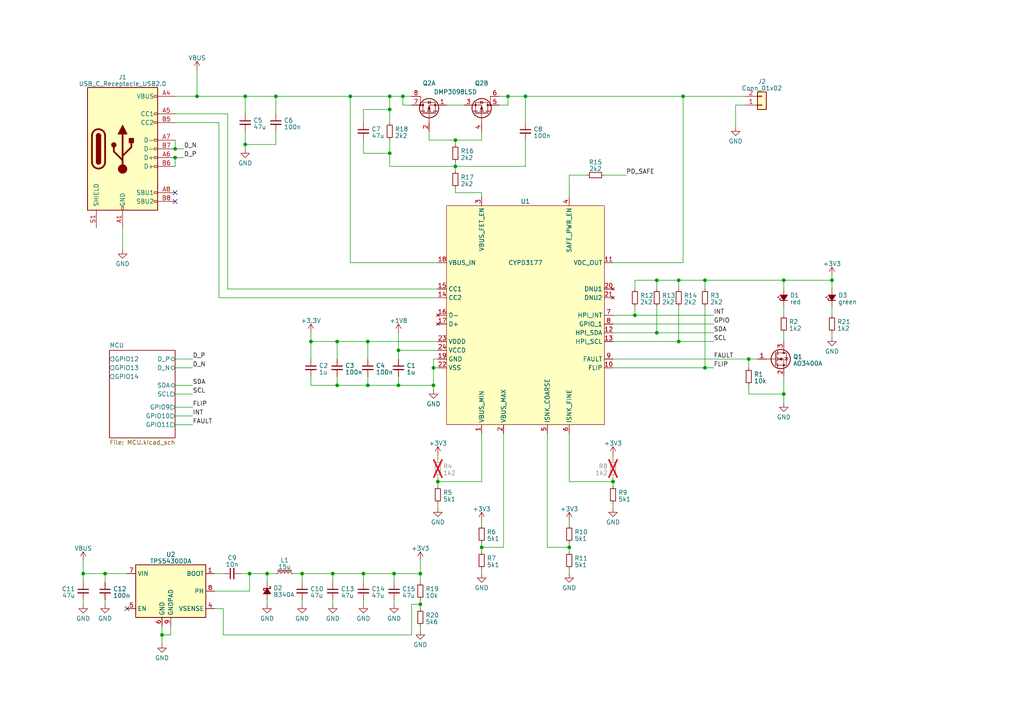
<source format=kicad_sch>
(kicad_sch (version 20230121) (generator eeschema)
  (paper "A4")
  (lib_symbols
    (symbol "Connector:USB_C_Receptacle_USB2.0" (pin_names (offset 1.016))
      (property "Reference" "J" (at -10.16 19.05 0))
      (property "Value" "USB_C_Receptacle_USB2.0" (at 19.05 19.05 0))
      (symbol "USB_C_Receptacle_USB2.0_0_0"
        (rectangle (start -0.254 -17.78) (end 0.254 -16.764))
        (rectangle (start 10.16 -14.986) (end 9.144 -15.494))
        (rectangle (start 10.16 -12.446) (end 9.144 -12.954))
        (rectangle (start 10.16 -4.826) (end 9.144 -5.334))
        (rectangle (start 10.16 -2.286) (end 9.144 -2.794))
        (rectangle (start 10.16 0.254) (end 9.144 -0.254))
        (rectangle (start 10.16 2.794) (end 9.144 2.286))
        (rectangle (start 10.16 7.874) (end 9.144 7.366))
        (rectangle (start 10.16 10.414) (end 9.144 9.906))
        (rectangle (start 10.16 15.494) (end 9.144 14.986))
      )
      (symbol "USB_C_Receptacle_USB2.0_0_1"
        (rectangle (start -10.16 17.78) (end 10.16 -17.78) (stroke (width 0.254)) (fill (type background)))
        (arc (start -8.89 -3.81) (mid -6.985 -5.7067) (end -5.08 -3.81) (stroke (width 0.508)))
        (arc (start -7.62 -3.81) (mid -6.985 -4.4423) (end -6.35 -3.81) (stroke (width 0.254)))
        (arc (start -7.62 -3.81) (mid -6.985 -4.4423) (end -6.35 -3.81) (stroke (width 0.254)) (fill (type outline)))
        (rectangle (start -7.62 -3.81) (end -6.35 3.81) (stroke (width 0.254)) (fill (type outline)))
        (arc (start -6.35 3.81) (mid -6.985 4.4423) (end -7.62 3.81) (stroke (width 0.254)))
        (arc (start -6.35 3.81) (mid -6.985 4.4423) (end -7.62 3.81) (stroke (width 0.254)) (fill (type outline)))
        (arc (start -5.08 3.81) (mid -6.985 5.7067) (end -8.89 3.81) (stroke (width 0.508)))
        (circle (center -2.54 1.143) (radius 0.635) (stroke (width 0.254)) (fill (type outline)))
        (circle (center 0 -5.842) (radius 1.27) (fill (type outline)))
        (polyline (pts (xy -8.89 -3.81) (xy -8.89 3.81)) (stroke (width 0.508)))
        (polyline (pts (xy -5.08 3.81) (xy -5.08 -3.81)) (stroke (width 0.508)))
        (polyline (pts (xy 0 -5.842) (xy 0 4.318)) (stroke (width 0.508)))
        (polyline (pts (xy 0 -3.302) (xy -2.54 -0.762) (xy -2.54 0.508)) (stroke (width 0.508)))
        (polyline (pts (xy 0 -2.032) (xy 2.54 0.508) (xy 2.54 1.778)) (stroke (width 0.508)))
        (polyline (pts (xy -1.27 4.318) (xy 0 6.858) (xy 1.27 4.318) (xy -1.27 4.318)) (stroke (width 0.254)) (fill (type outline)))
        (rectangle (start 1.905 1.778) (end 3.175 3.048) (stroke (width 0.254)) (fill (type outline)))
      )
      (symbol "USB_C_Receptacle_USB2.0_1_1"
        (pin passive line (at 0 -22.86 90) (length 5.08) (name "GND") (number "A1"))
        (pin passive line (at 0 -22.86 90) (length 5.08) hide (name "GND") (number "A12"))
        (pin passive line (at 15.24 15.24 180) (length 5.08) (name "VBUS") (number "A4"))
        (pin bidirectional line (at 15.24 10.16 180) (length 5.08) (name "CC1") (number "A5"))
        (pin bidirectional line (at 15.24 -2.54 180) (length 5.08) (name "D+") (number "A6"))
        (pin bidirectional line (at 15.24 2.54 180) (length 5.08) (name "D-") (number "A7"))
        (pin bidirectional line (at 15.24 -12.7 180) (length 5.08) (name "SBU1") (number "A8"))
        (pin passive line (at 15.24 15.24 180) (length 5.08) hide (name "VBUS") (number "A9"))
        (pin passive line (at 0 -22.86 90) (length 5.08) hide (name "GND") (number "B1"))
        (pin passive line (at 0 -22.86 90) (length 5.08) hide (name "GND") (number "B12"))
        (pin passive line (at 15.24 15.24 180) (length 5.08) hide (name "VBUS") (number "B4"))
        (pin bidirectional line (at 15.24 7.62 180) (length 5.08) (name "CC2") (number "B5"))
        (pin bidirectional line (at 15.24 -5.08 180) (length 5.08) (name "D+") (number "B6"))
        (pin bidirectional line (at 15.24 0 180) (length 5.08) (name "D-") (number "B7"))
        (pin bidirectional line (at 15.24 -15.24 180) (length 5.08) (name "SBU2") (number "B8"))
        (pin passive line (at 15.24 15.24 180) (length 5.08) hide (name "VBUS") (number "B9"))
        (pin passive line (at -7.62 -22.86 90) (length 5.08) (name "SHIELD") (number "S1"))
      )
    )
    (symbol "Connector_Generic:Conn_01x02" (pin_names (offset 1.016) hide)
      (property "Reference" "J" (at 0 2.54 0))
      (property "Value" "Conn_01x02" (at 0 -5.08 0))
      (symbol "Conn_01x02_1_1"
        (rectangle (start -1.27 -2.413) (end 0 -2.667) (stroke (width 0.1524)))
        (rectangle (start -1.27 0.127) (end 0 -0.127) (stroke (width 0.1524)))
        (rectangle (start -1.27 1.27) (end 1.27 -3.81) (stroke (width 0.254)) (fill (type background)))
        (pin passive line (at -5.08 0 0) (length 3.81) (name "Pin_1") (number "1"))
        (pin passive line (at -5.08 -2.54 0) (length 3.81) (name "Pin_2") (number "2"))
      )
    )
    (symbol "Device:C_Small" (pin_numbers hide) (pin_names (offset 0.254) hide)
      (property "Reference" "C" (at 0.254 1.778 0))
      (property "Value" "C_Small" (at 0.254 -2.032 0))
      (symbol "C_Small_0_1"
        (polyline (pts (xy -1.524 -0.508) (xy 1.524 -0.508)) (stroke (width 0.3302)))
        (polyline (pts (xy -1.524 0.508) (xy 1.524 0.508)) (stroke (width 0.3048)))
      )
      (symbol "C_Small_1_1"
        (pin passive line (at 0 2.54 270) (length 2.032) (name "~") (number "1"))
        (pin passive line (at 0 -2.54 90) (length 2.032) (name "~") (number "2"))
      )
    )
    (symbol "Device:D_Schottky_Small_Filled" (pin_numbers hide) (pin_names (offset 0.254) hide)
      (property "Reference" "D" (at -1.27 2.032 0))
      (property "Value" "D_Schottky_Small_Filled" (at -7.112 -2.032 0))
      (symbol "D_Schottky_Small_Filled_0_1"
        (polyline (pts (xy -0.762 0) (xy 0.762 0)))
        (polyline (pts (xy 0.762 -1.016) (xy -0.762 0) (xy 0.762 1.016) (xy 0.762 -1.016)) (stroke (width 0.254)) (fill (type outline)))
        (polyline (pts (xy -1.27 0.762) (xy -1.27 1.016) (xy -0.762 1.016) (xy -0.762 -1.016) (xy -0.254 -1.016) (xy -0.254 -0.762)) (stroke (width 0.254)))
      )
      (symbol "D_Schottky_Small_Filled_1_1"
        (pin passive line (at -2.54 0 0) (length 1.778) (name "K") (number "1"))
        (pin passive line (at 2.54 0 180) (length 1.778) (name "A") (number "2"))
      )
    )
    (symbol "Device:LED_Small_Filled" (pin_numbers hide) (pin_names (offset 0.254) hide)
      (property "Reference" "D" (at -1.27 3.175 0))
      (property "Value" "LED_Small_Filled" (at -4.445 -2.54 0))
      (symbol "LED_Small_Filled_0_1"
        (polyline (pts (xy -0.762 -1.016) (xy -0.762 1.016)) (stroke (width 0.254)))
        (polyline (pts (xy 1.016 0) (xy -0.762 0)))
        (polyline (pts (xy 0.762 -1.016) (xy -0.762 0) (xy 0.762 1.016) (xy 0.762 -1.016)) (stroke (width 0.254)) (fill (type outline)))
        (polyline (pts (xy 0 0.762) (xy -0.508 1.27) (xy -0.254 1.27) (xy -0.508 1.27) (xy -0.508 1.016)))
        (polyline (pts (xy 0.508 1.27) (xy 0 1.778) (xy 0.254 1.778) (xy 0 1.778) (xy 0 1.524)))
      )
      (symbol "LED_Small_Filled_1_1"
        (pin passive line (at -2.54 0 0) (length 1.778) (name "K") (number "1"))
        (pin passive line (at 2.54 0 180) (length 1.778) (name "A") (number "2"))
      )
    )
    (symbol "Device:L_Iron_Small" (pin_numbers hide) (pin_names (offset 0.254) hide)
      (property "Reference" "L" (at 1.27 1.016 0))
      (property "Value" "L_Iron_Small" (at 1.27 -1.27 0))
      (symbol "L_Iron_Small_0_1"
        (arc (start 0 -2.032) (mid 0.5058 -1.524) (end 0 -1.016))
        (arc (start 0 -1.016) (mid 0.5058 -0.508) (end 0 0))
        (polyline (pts (xy 0.762 2.032) (xy 0.762 -2.032)))
        (polyline (pts (xy 1.016 -2.032) (xy 1.016 2.032)))
        (arc (start 0 0) (mid 0.5058 0.508) (end 0 1.016))
        (arc (start 0 1.016) (mid 0.5058 1.524) (end 0 2.032))
      )
      (symbol "L_Iron_Small_1_1"
        (pin passive line (at 0 2.54 270) (length 0.508) (name "~") (number "1"))
        (pin passive line (at 0 -2.54 90) (length 0.508) (name "~") (number "2"))
      )
    )
    (symbol "Device:Q_Dual_PMOS_S1G1S2G2D2D2D1D1" (pin_names (offset 0) hide)
      (property "Reference" "Q" (at 6.35 1.27 0))
      (property "Value" "Q_Dual_PMOS_S1G1S2G2D2D2D1D1" (at 21.59 -1.27 0))
      (symbol "Q_Dual_PMOS_S1G1S2G2D2D2D1D1_0_1"
        (polyline (pts (xy 0.254 0) (xy -2.54 0)))
        (polyline (pts (xy 0.254 1.905) (xy 0.254 -1.905)) (stroke (width 0.254)))
        (polyline (pts (xy 0.762 -1.27) (xy 0.762 -2.286)) (stroke (width 0.254)))
        (polyline (pts (xy 0.762 0.508) (xy 0.762 -0.508)) (stroke (width 0.254)))
        (polyline (pts (xy 0.762 2.286) (xy 0.762 1.27)) (stroke (width 0.254)))
        (polyline (pts (xy 2.54 2.54) (xy 2.54 1.778)))
        (polyline (pts (xy 2.54 -2.54) (xy 2.54 0) (xy 0.762 0)))
        (polyline (pts (xy 0.762 1.778) (xy 3.302 1.778) (xy 3.302 -1.778) (xy 0.762 -1.778)))
        (polyline (pts (xy 2.286 0) (xy 1.27 0.381) (xy 1.27 -0.381) (xy 2.286 0)) (fill (type outline)))
        (polyline (pts (xy 2.794 -0.508) (xy 2.921 -0.381) (xy 3.683 -0.381) (xy 3.81 -0.254)))
        (polyline (pts (xy 3.302 -0.381) (xy 2.921 0.254) (xy 3.683 0.254) (xy 3.302 -0.381)))
        (circle (center 1.651 0) (radius 2.794) (stroke (width 0.254)))
        (circle (center 2.54 -1.778) (radius 0.254) (fill (type outline)))
        (circle (center 2.54 1.778) (radius 0.254) (fill (type outline)))
        (circle (center 2.54 2.54) (radius 0.254) (fill (type outline)))
        (rectangle (start 5.08 2.54) (end 2.54 2.54))
      )
      (symbol "Q_Dual_PMOS_S1G1S2G2D2D2D1D1_1_1"
        (pin passive line (at 2.54 -5.08 90) (length 2.54) (name "S") (number "1"))
        (pin input line (at -5.08 0 0) (length 2.54) (name "G") (number "2"))
        (pin passive line (at 2.54 5.08 270) (length 2.54) (name "D") (number "7"))
        (pin passive line (at 5.08 5.08 270) (length 2.54) (name "G") (number "8"))
      )
      (symbol "Q_Dual_PMOS_S1G1S2G2D2D2D1D1_2_1"
        (pin passive line (at 2.54 -5.08 90) (length 2.54) (name "S") (number "3"))
        (pin input line (at -5.08 0 0) (length 2.54) (name "G") (number "4"))
        (pin passive line (at 2.54 5.08 270) (length 2.54) (name "D") (number "5"))
        (pin passive line (at 5.08 5.08 270) (length 2.54) (name "G") (number "6"))
      )
    )
    (symbol "Device:R_Small" (pin_numbers hide) (pin_names (offset 0.254) hide)
      (property "Reference" "R" (at 0.762 0.508 0))
      (property "Value" "R_Small" (at 0.762 -1.016 0))
      (symbol "R_Small_0_1"
        (rectangle (start -0.762 1.778) (end 0.762 -1.778) (stroke (width 0.2032)))
      )
      (symbol "R_Small_1_1"
        (pin passive line (at 0 2.54 270) (length 0.762) (name "~") (number "1"))
        (pin passive line (at 0 -2.54 90) (length 0.762) (name "~") (number "2"))
      )
    )
    (symbol "Regulator_Switching:TPS5430DDA"
      (property "Reference" "U" (at -10.16 8.89 0))
      (property "Value" "TPS5430DDA" (at -1.27 8.89 0))
      (symbol "TPS5430DDA_0_1"
        (rectangle (start -10.16 7.62) (end 10.16 -7.62) (stroke (width 0.254)) (fill (type background)))
      )
      (symbol "TPS5430DDA_1_1"
        (pin input line (at 12.7 5.08 180) (length 2.54) (name "BOOT") (number "1"))
        (pin no_connect line (at -10.16 2.54 0) (length 2.54) hide (name "NC") (number "2"))
        (pin no_connect line (at -10.16 -2.54 0) (length 2.54) hide (name "NC") (number "3"))
        (pin input line (at 12.7 -5.08 180) (length 2.54) (name "VSENSE") (number "4"))
        (pin input line (at -12.7 -5.08 0) (length 2.54) (name "EN") (number "5"))
        (pin power_in line (at -2.54 -10.16 90) (length 2.54) (name "GND") (number "6"))
        (pin power_in line (at -12.7 5.08 0) (length 2.54) (name "VIN") (number "7"))
        (pin output line (at 12.7 0 180) (length 2.54) (name "PH") (number "8"))
        (pin power_in line (at 0 -10.16 90) (length 2.54) (name "GNDPAD") (number "9"))
      )
    )
    (symbol "Transistor_FET:AO3400A" (pin_names hide)
      (property "Reference" "Q" (at 5.08 1.905 0))
      (property "Value" "AO3400A" (at 5.08 0 0))
      (symbol "AO3400A_0_1"
        (polyline (pts (xy 0.254 0) (xy -2.54 0)))
        (polyline (pts (xy 0.254 1.905) (xy 0.254 -1.905)) (stroke (width 0.254)))
        (polyline (pts (xy 0.762 -1.27) (xy 0.762 -2.286)) (stroke (width 0.254)))
        (polyline (pts (xy 0.762 0.508) (xy 0.762 -0.508)) (stroke (width 0.254)))
        (polyline (pts (xy 0.762 2.286) (xy 0.762 1.27)) (stroke (width 0.254)))
        (polyline (pts (xy 2.54 2.54) (xy 2.54 1.778)))
        (polyline (pts (xy 2.54 -2.54) (xy 2.54 0) (xy 0.762 0)))
        (polyline (pts (xy 0.762 -1.778) (xy 3.302 -1.778) (xy 3.302 1.778) (xy 0.762 1.778)))
        (polyline (pts (xy 1.016 0) (xy 2.032 0.381) (xy 2.032 -0.381) (xy 1.016 0)) (fill (type outline)))
        (polyline (pts (xy 2.794 0.508) (xy 2.921 0.381) (xy 3.683 0.381) (xy 3.81 0.254)))
        (polyline (pts (xy 3.302 0.381) (xy 2.921 -0.254) (xy 3.683 -0.254) (xy 3.302 0.381)))
        (circle (center 1.651 0) (radius 2.794) (stroke (width 0.254)))
        (circle (center 2.54 -1.778) (radius 0.254) (fill (type outline)))
        (circle (center 2.54 1.778) (radius 0.254) (fill (type outline)))
      )
      (symbol "AO3400A_1_1"
        (pin input line (at -5.08 0 0) (length 2.54) (name "G") (number "1"))
        (pin passive line (at 2.54 -5.08 90) (length 2.54) (name "S") (number "2"))
        (pin passive line (at 2.54 5.08 270) (length 2.54) (name "D") (number "3"))
      )
    )
    (symbol "kicad-ibnu:CYPD3177-24LQXQ"
      (property "Reference" "U" (at 0 20.32 0))
      (property "Value" "CYPD3177-24LQXQ" (at 0 17.78 0))
      (symbol "CYPD3177-24LQXQ_0_1"
        (rectangle (start -22.86 16.51) (end 22.86 -46.99) (fill (type background)))
      )
      (symbol "CYPD3177-24LQXQ_1_1"
        (pin input line (at -12.7 -49.53 90) (length 2.54) (name "VBUS_MIN") (number "1"))
        (pin output line (at 25.4 -30.48 180) (length 2.54) (name "FLIP") (number "10"))
        (pin power_in line (at 25.4 0 180) (length 2.54) (name "VDC_OUT") (number "11"))
        (pin bidirectional line (at 25.4 -20.32 180) (length 2.54) (name "HPI_SDA") (number "12"))
        (pin bidirectional line (at 25.4 -22.86 180) (length 2.54) (name "HPI_SCL") (number "13"))
        (pin bidirectional line (at -25.4 -10.16 0) (length 2.54) (name "CC2") (number "14"))
        (pin bidirectional line (at -25.4 -7.62 0) (length 2.54) (name "CC1") (number "15"))
        (pin no_connect line (at -25.4 -15.24 0) (length 2.54) (name "D-") (number "16"))
        (pin no_connect line (at -25.4 -17.78 0) (length 2.54) (name "D+") (number "17"))
        (pin power_in line (at -25.4 0 0) (length 2.54) (name "VBUS_IN") (number "18"))
        (pin power_in line (at -25.4 -27.94 0) (length 2.54) (name "GND") (number "19"))
        (pin input line (at -6.35 -49.53 90) (length 2.54) (name "VBUS_MAX") (number "2"))
        (pin no_connect line (at 25.4 -7.62 180) (length 2.54) (name "DNU1") (number "20"))
        (pin no_connect line (at 25.4 -10.16 180) (length 2.54) (name "DNU2") (number "21"))
        (pin power_in line (at -25.4 -30.48 0) (length 2.54) (name "VSS") (number "22"))
        (pin power_out line (at -25.4 -22.86 0) (length 2.54) (name "VDDD") (number "23"))
        (pin power_out line (at -25.4 -25.4 0) (length 2.54) (name "VCCD") (number "24"))
        (pin power_out line (at -25.4 -27.94 0) (length 2.54) hide (name "EPAD") (number "25"))
        (pin output line (at -12.7 19.05 270) (length 2.54) (name "VBUS_FET_EN") (number "3"))
        (pin output line (at 12.7 19.05 270) (length 2.54) (name "SAFE_PWR_EN") (number "4"))
        (pin input line (at 6.35 -49.53 90) (length 2.54) (name "ISNK_COARSE") (number "5"))
        (pin input line (at 12.7 -49.53 90) (length 2.54) (name "ISNK_FINE") (number "6"))
        (pin output line (at 25.4 -15.24 180) (length 2.54) (name "HPI_INT") (number "7"))
        (pin bidirectional line (at 25.4 -17.78 180) (length 2.54) (name "GPIO_1") (number "8"))
        (pin output line (at 25.4 -27.94 180) (length 2.54) (name "FAULT") (number "9"))
      )
    )
    (symbol "power:+1V8" (power) (pin_names (offset 0))
      (property "Value" "+1V8" (at 0 3.556 0))
      (symbol "+1V8_0_1"
        (polyline (pts (xy -0.762 1.27) (xy 0 2.54)))
        (polyline (pts (xy 0 0) (xy 0 2.54)))
        (polyline (pts (xy 0 2.54) (xy 0.762 1.27)))
      )
      (symbol "+1V8_1_1"
        (pin power_in line (at 0 0 90) (length 0) hide (name "+1V8") (number "1"))
      )
    )
    (symbol "power:+3.3V" (power) (pin_names (offset 0))
      (property "Value" "+3.3V" (at 0 3.556 0))
      (symbol "+3.3V_0_1"
        (polyline (pts (xy -0.762 1.27) (xy 0 2.54)))
        (polyline (pts (xy 0 0) (xy 0 2.54)))
        (polyline (pts (xy 0 2.54) (xy 0.762 1.27)))
      )
      (symbol "+3.3V_1_1"
        (pin power_in line (at 0 0 90) (length 0) hide (name "+3.3V") (number "1"))
      )
    )
    (symbol "power:+3V3" (power) (pin_names (offset 0))
      (property "Value" "+3V3" (at 0 3.556 0))
      (symbol "+3V3_0_1"
        (polyline (pts (xy -0.762 1.27) (xy 0 2.54)))
        (polyline (pts (xy 0 0) (xy 0 2.54)))
        (polyline (pts (xy 0 2.54) (xy 0.762 1.27)))
      )
      (symbol "+3V3_1_1"
        (pin power_in line (at 0 0 90) (length 0) hide (name "+3V3") (number "1"))
      )
    )
    (symbol "power:GND" (power) (pin_names (offset 0))
      (property "Value" "GND" (at 0 -3.81 0))
      (symbol "GND_0_1"
        (polyline (pts (xy 0 0) (xy 0 -1.27) (xy 1.27 -1.27) (xy 0 -2.54) (xy -1.27 -1.27) (xy 0 -1.27)))
      )
      (symbol "GND_1_1"
        (pin power_in line (at 0 0 270) (length 0) hide (name "GND") (number "1"))
      )
    )
    (symbol "power:VBUS" (power) (pin_names (offset 0))
      (property "Value" "VBUS" (at 0 3.81 0))
      (symbol "VBUS_0_1"
        (polyline (pts (xy -0.762 1.27) (xy 0 2.54)))
        (polyline (pts (xy 0 0) (xy 0 2.54)))
        (polyline (pts (xy 0 2.54) (xy 0.762 1.27)))
      )
      (symbol "VBUS_1_1"
        (pin power_in line (at 0 0 90) (length 0) hide (name "VBUS") (number "1"))
      )
    )
  )
  (junction (at 72.39 166.37))
  (junction (at 57.15 27.94))
  (junction (at 204.47 106.68))
  (junction (at 106.68 99.06))
  (junction (at 96.52 166.37))
  (junction (at 97.79 111.76))
  (junction (at 217.17 104.14))
  (junction (at 115.57 111.76))
  (junction (at 132.08 40.64))
  (junction (at 113.03 44.45))
  (junction (at 114.3 166.37))
  (junction (at 177.8 139.7))
  (junction (at 80.01 27.94))
  (junction (at 196.85 81.28))
  (junction (at 127 139.7))
  (junction (at 113.03 31.75))
  (junction (at 190.5 96.52))
  (junction (at 121.92 175.26))
  (junction (at 50.8 45.72))
  (junction (at 121.92 166.37))
  (junction (at 87.63 166.37))
  (junction (at 152.4 27.94))
  (junction (at 71.12 27.94))
  (junction (at 113.03 27.94))
  (junction (at 97.79 99.06))
  (junction (at 165.1 158.75))
  (junction (at 24.13 166.37))
  (junction (at 115.57 101.6))
  (junction (at 147.32 27.94))
  (junction (at 46.99 184.15))
  (junction (at 30.48 166.37))
  (junction (at 139.7 158.75))
  (junction (at 71.12 41.91))
  (junction (at 204.47 81.28))
  (junction (at 106.68 111.76))
  (junction (at 90.17 99.06))
  (junction (at 50.8 43.18))
  (junction (at 125.73 106.68))
  (junction (at 198.12 27.94))
  (junction (at 196.85 99.06))
  (junction (at 190.5 81.28))
  (junction (at 77.47 166.37))
  (junction (at 184.15 91.44))
  (junction (at 241.3 81.28))
  (junction (at 105.41 166.37))
  (junction (at 125.73 111.76))
  (junction (at 116.84 27.94))
  (junction (at 101.6 27.94))
  (junction (at 227.33 114.3))
  (junction (at 227.33 81.28))
  (junction (at 132.08 48.26))
  (no_connect (at 50.8 58.42))
  (no_connect (at 50.8 55.88))
  (no_connect (at 36.83 176.53))
  (wire (pts (xy 101.6 76.2) (xy 127 76.2)))
  (wire (pts (xy 165.1 151.13) (xy 165.1 152.4)))
  (wire (pts (xy 113.03 31.75) (xy 113.03 35.56)))
  (wire (pts (xy 97.79 99.06) (xy 97.79 104.14)))
  (wire (pts (xy 62.23 171.45) (xy 72.39 171.45)))
  (wire (pts (xy 24.13 168.91) (xy 24.13 166.37)))
  (wire (pts (xy 146.05 158.75) (xy 146.05 125.73)))
  (wire (pts (xy 190.5 96.52) (xy 190.5 88.9)))
  (wire (pts (xy 30.48 173.99) (xy 30.48 175.26)))
  (wire (pts (xy 139.7 139.7) (xy 139.7 125.73)))
  (wire (pts (xy 190.5 81.28) (xy 196.85 81.28)))
  (wire (pts (xy 204.47 88.9) (xy 204.47 106.68)))
  (wire (pts (xy 71.12 41.91) (xy 80.01 41.91)))
  (wire (pts (xy 127 99.06) (xy 106.68 99.06)))
  (wire (pts (xy 105.41 40.64) (xy 105.41 44.45)))
  (wire (pts (xy 106.68 111.76) (xy 115.57 111.76)))
  (wire (pts (xy 147.32 30.48) (xy 147.32 27.94)))
  (wire (pts (xy 204.47 83.82) (xy 204.47 81.28)))
  (wire (pts (xy 127 139.7) (xy 127 140.97)))
  (wire (pts (xy 96.52 175.26) (xy 96.52 173.99)))
  (wire (pts (xy 87.63 166.37) (xy 85.09 166.37)))
  (wire (pts (xy 116.84 30.48) (xy 116.84 27.94)))
  (wire (pts (xy 50.8 27.94) (xy 57.15 27.94)))
  (wire (pts (xy 97.79 99.06) (xy 90.17 99.06)))
  (wire (pts (xy 80.01 27.94) (xy 80.01 33.02)))
  (wire (pts (xy 90.17 111.76) (xy 97.79 111.76)))
  (wire (pts (xy 50.8 40.64) (xy 50.8 43.18)))
  (wire (pts (xy 227.33 114.3) (xy 227.33 116.84)))
  (wire (pts (xy 177.8 99.06) (xy 196.85 99.06)))
  (wire (pts (xy 96.52 166.37) (xy 96.52 168.91)))
  (wire (pts (xy 177.8 138.43) (xy 177.8 139.7)))
  (wire (pts (xy 152.4 48.26) (xy 152.4 40.64)))
  (wire (pts (xy 241.3 83.82) (xy 241.3 81.28)))
  (wire (pts (xy 124.46 40.64) (xy 132.08 40.64)))
  (wire (pts (xy 198.12 27.94) (xy 152.4 27.94)))
  (wire (pts (xy 241.3 81.28) (xy 227.33 81.28)))
  (wire (pts (xy 144.78 27.94) (xy 147.32 27.94)))
  (wire (pts (xy 24.13 162.56) (xy 24.13 166.37)))
  (wire (pts (xy 132.08 55.88) (xy 139.7 55.88)))
  (wire (pts (xy 139.7 55.88) (xy 139.7 57.15)))
  (wire (pts (xy 127 138.43) (xy 127 139.7)))
  (wire (pts (xy 165.1 165.1) (xy 165.1 166.37)))
  (wire (pts (xy 196.85 99.06) (xy 207.01 99.06)))
  (wire (pts (xy 177.8 104.14) (xy 217.17 104.14)))
  (wire (pts (xy 132.08 46.99) (xy 132.08 48.26)))
  (wire (pts (xy 114.3 166.37) (xy 105.41 166.37)))
  (wire (pts (xy 35.56 66.04) (xy 35.56 72.39)))
  (wire (pts (xy 50.8 106.68) (xy 55.88 106.68)))
  (wire (pts (xy 115.57 109.22) (xy 115.57 111.76)))
  (wire (pts (xy 125.73 106.68) (xy 125.73 104.14)))
  (wire (pts (xy 184.15 83.82) (xy 184.15 81.28)))
  (wire (pts (xy 50.8 45.72) (xy 50.8 48.26)))
  (wire (pts (xy 57.15 20.32) (xy 57.15 27.94)))
  (wire (pts (xy 105.41 166.37) (xy 105.41 168.91)))
  (wire (pts (xy 66.04 83.82) (xy 66.04 33.02)))
  (wire (pts (xy 101.6 27.94) (xy 113.03 27.94)))
  (wire (pts (xy 50.8 45.72) (xy 53.34 45.72)))
  (wire (pts (xy 132.08 40.64) (xy 139.7 40.64)))
  (wire (pts (xy 62.23 166.37) (xy 64.77 166.37)))
  (wire (pts (xy 184.15 91.44) (xy 207.01 91.44)))
  (wire (pts (xy 115.57 96.52) (xy 115.57 101.6)))
  (wire (pts (xy 87.63 173.99) (xy 87.63 175.26)))
  (wire (pts (xy 24.13 173.99) (xy 24.13 175.26)))
  (wire (pts (xy 119.38 30.48) (xy 116.84 30.48)))
  (wire (pts (xy 125.73 113.03) (xy 125.73 111.76)))
  (wire (pts (xy 50.8 43.18) (xy 53.34 43.18)))
  (wire (pts (xy 121.92 181.61) (xy 121.92 182.88)))
  (wire (pts (xy 177.8 139.7) (xy 177.8 140.97)))
  (wire (pts (xy 121.92 166.37) (xy 114.3 166.37)))
  (wire (pts (xy 132.08 54.61) (xy 132.08 55.88)))
  (wire (pts (xy 125.73 104.14) (xy 127 104.14)))
  (wire (pts (xy 152.4 35.56) (xy 152.4 27.94)))
  (wire (pts (xy 77.47 168.91) (xy 77.47 166.37)))
  (wire (pts (xy 165.1 157.48) (xy 165.1 158.75)))
  (wire (pts (xy 66.04 33.02) (xy 50.8 33.02)))
  (wire (pts (xy 97.79 111.76) (xy 106.68 111.76)))
  (wire (pts (xy 139.7 158.75) (xy 146.05 158.75)))
  (wire (pts (xy 80.01 41.91) (xy 80.01 38.1)))
  (wire (pts (xy 127 146.05) (xy 127 147.32)))
  (wire (pts (xy 125.73 106.68) (xy 127 106.68)))
  (wire (pts (xy 63.5 86.36) (xy 127 86.36)))
  (wire (pts (xy 115.57 111.76) (xy 125.73 111.76)))
  (wire (pts (xy 64.77 176.53) (xy 64.77 184.15)))
  (wire (pts (xy 241.3 96.52) (xy 241.3 97.79)))
  (wire (pts (xy 113.03 40.64) (xy 113.03 44.45)))
  (wire (pts (xy 177.8 96.52) (xy 190.5 96.52)))
  (wire (pts (xy 132.08 40.64) (xy 132.08 41.91)))
  (wire (pts (xy 121.92 175.26) (xy 121.92 176.53)))
  (wire (pts (xy 97.79 109.22) (xy 97.79 111.76)))
  (wire (pts (xy 213.36 30.48) (xy 215.9 30.48)))
  (wire (pts (xy 30.48 166.37) (xy 36.83 166.37)))
  (wire (pts (xy 144.78 30.48) (xy 147.32 30.48)))
  (wire (pts (xy 119.38 184.15) (xy 119.38 175.26)))
  (wire (pts (xy 196.85 99.06) (xy 196.85 88.9)))
  (wire (pts (xy 114.3 166.37) (xy 114.3 168.91)))
  (wire (pts (xy 241.3 88.9) (xy 241.3 91.44)))
  (wire (pts (xy 113.03 48.26) (xy 132.08 48.26)))
  (wire (pts (xy 62.23 176.53) (xy 64.77 176.53)))
  (wire (pts (xy 63.5 35.56) (xy 63.5 86.36)))
  (wire (pts (xy 119.38 175.26) (xy 121.92 175.26)))
  (wire (pts (xy 46.99 184.15) (xy 49.53 184.15)))
  (wire (pts (xy 217.17 114.3) (xy 227.33 114.3)))
  (wire (pts (xy 90.17 96.52) (xy 90.17 99.06)))
  (wire (pts (xy 127 139.7) (xy 139.7 139.7)))
  (wire (pts (xy 125.73 111.76) (xy 125.73 106.68)))
  (wire (pts (xy 72.39 166.37) (xy 69.85 166.37)))
  (wire (pts (xy 204.47 106.68) (xy 207.01 106.68)))
  (wire (pts (xy 165.1 50.8) (xy 170.18 50.8)))
  (wire (pts (xy 217.17 111.76) (xy 217.17 114.3)))
  (wire (pts (xy 177.8 91.44) (xy 184.15 91.44)))
  (wire (pts (xy 227.33 96.52) (xy 227.33 99.06)))
  (wire (pts (xy 227.33 81.28) (xy 227.33 83.82)))
  (wire (pts (xy 106.68 99.06) (xy 106.68 104.14)))
  (wire (pts (xy 139.7 40.64) (xy 139.7 38.1)))
  (wire (pts (xy 50.8 114.3) (xy 55.88 114.3)))
  (wire (pts (xy 121.92 162.56) (xy 121.92 166.37)))
  (wire (pts (xy 50.8 111.76) (xy 55.88 111.76)))
  (wire (pts (xy 90.17 109.22) (xy 90.17 111.76)))
  (wire (pts (xy 24.13 166.37) (xy 30.48 166.37)))
  (wire (pts (xy 105.41 44.45) (xy 113.03 44.45)))
  (wire (pts (xy 71.12 41.91) (xy 71.12 43.18)))
  (wire (pts (xy 77.47 173.99) (xy 77.47 175.26)))
  (wire (pts (xy 105.41 31.75) (xy 113.03 31.75)))
  (wire (pts (xy 241.3 80.01) (xy 241.3 81.28)))
  (wire (pts (xy 184.15 91.44) (xy 184.15 88.9)))
  (wire (pts (xy 184.15 81.28) (xy 190.5 81.28)))
  (wire (pts (xy 177.8 146.05) (xy 177.8 147.32)))
  (wire (pts (xy 105.41 166.37) (xy 96.52 166.37)))
  (wire (pts (xy 198.12 76.2) (xy 198.12 27.94)))
  (wire (pts (xy 198.12 27.94) (xy 215.9 27.94)))
  (wire (pts (xy 158.75 158.75) (xy 158.75 125.73)))
  (wire (pts (xy 196.85 81.28) (xy 204.47 81.28)))
  (wire (pts (xy 213.36 36.83) (xy 213.36 30.48)))
  (wire (pts (xy 105.41 173.99) (xy 105.41 175.26)))
  (wire (pts (xy 177.8 132.08) (xy 177.8 133.35)))
  (wire (pts (xy 139.7 165.1) (xy 139.7 166.37)))
  (wire (pts (xy 129.54 30.48) (xy 134.62 30.48)))
  (wire (pts (xy 165.1 158.75) (xy 165.1 160.02)))
  (wire (pts (xy 175.26 50.8) (xy 181.61 50.8)))
  (wire (pts (xy 50.8 104.14) (xy 55.88 104.14)))
  (wire (pts (xy 101.6 27.94) (xy 101.6 76.2)))
  (wire (pts (xy 165.1 158.75) (xy 158.75 158.75)))
  (wire (pts (xy 46.99 181.61) (xy 46.99 184.15)))
  (wire (pts (xy 127 132.08) (xy 127 133.35)))
  (wire (pts (xy 50.8 35.56) (xy 63.5 35.56)))
  (wire (pts (xy 177.8 93.98) (xy 207.01 93.98)))
  (wire (pts (xy 57.15 27.94) (xy 71.12 27.94)))
  (wire (pts (xy 132.08 48.26) (xy 152.4 48.26)))
  (wire (pts (xy 132.08 48.26) (xy 132.08 49.53)))
  (wire (pts (xy 116.84 27.94) (xy 119.38 27.94)))
  (wire (pts (xy 115.57 101.6) (xy 127 101.6)))
  (wire (pts (xy 139.7 158.75) (xy 139.7 160.02)))
  (wire (pts (xy 49.53 184.15) (xy 49.53 181.61)))
  (wire (pts (xy 114.3 173.99) (xy 114.3 175.26)))
  (wire (pts (xy 50.8 120.65) (xy 55.88 120.65)))
  (wire (pts (xy 204.47 81.28) (xy 227.33 81.28)))
  (wire (pts (xy 177.8 106.68) (xy 204.47 106.68)))
  (wire (pts (xy 177.8 76.2) (xy 198.12 76.2)))
  (wire (pts (xy 177.8 139.7) (xy 165.1 139.7)))
  (wire (pts (xy 113.03 27.94) (xy 113.03 31.75)))
  (wire (pts (xy 227.33 88.9) (xy 227.33 91.44)))
  (wire (pts (xy 165.1 57.15) (xy 165.1 50.8)))
  (wire (pts (xy 106.68 99.06) (xy 97.79 99.06)))
  (wire (pts (xy 50.8 123.19) (xy 55.88 123.19)))
  (wire (pts (xy 127 83.82) (xy 66.04 83.82)))
  (wire (pts (xy 50.8 118.11) (xy 55.88 118.11)))
  (wire (pts (xy 115.57 104.14) (xy 115.57 101.6)))
  (wire (pts (xy 152.4 27.94) (xy 147.32 27.94)))
  (wire (pts (xy 105.41 35.56) (xy 105.41 31.75)))
  (wire (pts (xy 227.33 109.22) (xy 227.33 114.3)))
  (wire (pts (xy 121.92 168.91) (xy 121.92 166.37)))
  (wire (pts (xy 71.12 38.1) (xy 71.12 41.91)))
  (wire (pts (xy 30.48 166.37) (xy 30.48 168.91)))
  (wire (pts (xy 77.47 166.37) (xy 80.01 166.37)))
  (wire (pts (xy 77.47 166.37) (xy 72.39 166.37)))
  (wire (pts (xy 113.03 27.94) (xy 116.84 27.94)))
  (wire (pts (xy 71.12 27.94) (xy 71.12 33.02)))
  (wire (pts (xy 217.17 104.14) (xy 219.71 104.14)))
  (wire (pts (xy 87.63 168.91) (xy 87.63 166.37)))
  (wire (pts (xy 46.99 184.15) (xy 46.99 186.69)))
  (wire (pts (xy 64.77 184.15) (xy 119.38 184.15)))
  (wire (pts (xy 124.46 38.1) (xy 124.46 40.64)))
  (wire (pts (xy 80.01 27.94) (xy 101.6 27.94)))
  (wire (pts (xy 72.39 171.45) (xy 72.39 166.37)))
  (wire (pts (xy 190.5 81.28) (xy 190.5 83.82)))
  (wire (pts (xy 121.92 173.99) (xy 121.92 175.26)))
  (wire (pts (xy 139.7 157.48) (xy 139.7 158.75)))
  (wire (pts (xy 71.12 27.94) (xy 80.01 27.94)))
  (wire (pts (xy 96.52 166.37) (xy 87.63 166.37)))
  (wire (pts (xy 190.5 96.52) (xy 207.01 96.52)))
  (wire (pts (xy 90.17 99.06) (xy 90.17 104.14)))
  (wire (pts (xy 196.85 81.28) (xy 196.85 83.82)))
  (wire (pts (xy 217.17 104.14) (xy 217.17 106.68)))
  (wire (pts (xy 139.7 151.13) (xy 139.7 152.4)))
  (wire (pts (xy 113.03 44.45) (xy 113.03 48.26)))
  (wire (pts (xy 106.68 109.22) (xy 106.68 111.76)))
  (wire (pts (xy 165.1 139.7) (xy 165.1 125.73)))
  (label "SDA" (at 207.01 96.52 0))
  (label "FLIP" (at 207.01 106.68 0))
  (label "SDA" (at 55.88 111.76 0))
  (label "FAULT" (at 207.01 104.14 0))
  (label "D_N" (at 53.34 43.18 0))
  (label "FLIP" (at 55.88 118.11 0))
  (label "INT" (at 55.88 120.65 0))
  (label "SCL" (at 207.01 99.06 0))
  (label "D_P" (at 53.34 45.72 0))
  (label "SCL" (at 55.88 114.3 0))
  (label "D_N" (at 55.88 106.68 0))
  (label "GPIO" (at 207.01 93.98 0))
  (label "D_P" (at 55.88 104.14 0))
  (label "FAULT" (at 55.88 123.19 0))
  (label "INT" (at 207.01 91.44 0))
  (label "PD_SAFE" (at 181.61 50.8 0))
  (symbol (lib_id "Device:R_Small") (at 121.92 171.45 0) (unit 1)
    (property "Reference" "R19" (at 123.4186 170.8063 0) (effects (justify left)))
    (property "Value" "10k" (at 123.4186 172.7273 0) (effects (justify left)))
    (property "Footprint" "Resistor_SMD:R_0603_1608Metric" (effects hide))
  )
  (symbol (lib_id "Device:L_Iron_Small") (at 82.55 166.37 90) (unit 1)
    (property "Reference" "L1" (at 82.55 162.4711 90))
    (property "Value" "15u" (at 82.55 164.3921 90))
    (property "Footprint" "Inductor_SMD:L_Chilisin_BMRB00060650" (effects hide))
  )
  (symbol (lib_id "power:VBUS") (at 24.13 162.56 0) (unit 1)
    (property "Reference" "#PWR023" (effects hide))
    (property "Value" "VBUS" (at 24.13 159.0581 0))
  )
  (symbol (lib_id "power:+3V3") (at 121.92 162.56 0) (unit 1)
    (property "Reference" "#PWR024" (effects hide))
    (property "Value" "+3V3" (at 121.92 159.0581 0))
  )
  (symbol (lib_id "Device:R_Small") (at 139.7 154.94 0) (unit 1)
    (property "Reference" "R6" (at 141.1986 154.2963 0) (effects (justify left)))
    (property "Value" "5k1" (at 141.1986 156.2173 0) (effects (justify left)))
    (property "Footprint" "Resistor_SMD:R_0603_1608Metric" (effects hide))
  )
  (symbol (lib_id "power:+3V3") (at 165.1 151.13 0) (mirror y) (unit 1)
    (property "Reference" "#PWR09" (effects hide))
    (property "Value" "+3V3" (at 165.1 147.6281 0))
  )
  (symbol (lib_id "Device:LED_Small_Filled") (at 241.3 86.36 90) (unit 1)
    (property "Reference" "D3" (at 243.078 85.6528 90) (effects (justify right)))
    (property "Value" "green" (at 243.078 87.5738 90) (effects (justify right)))
    (property "Footprint" "LED_SMD:LED_0603_1608Metric" (effects hide))
  )
  (symbol (lib_id "power:+1V8") (at 115.57 96.52 0) (unit 1)
    (property "Reference" "#PWR012" (effects hide))
    (property "Value" "+1V8" (at 115.57 93.0181 0))
  )
  (symbol (lib_id "Device:C_Small") (at 96.52 171.45 0) (unit 1)
    (property "Reference" "C13" (at 98.8441 170.8126 0) (effects (justify left)))
    (property "Value" "47u" (at 98.8441 172.7336 0) (effects (justify left)))
    (property "Footprint" "Capacitor_SMD:C_0805_2012Metric" (effects hide))
  )
  (symbol (lib_id "Device:C_Small") (at 67.31 166.37 90) (unit 1)
    (property "Reference" "C9" (at 67.3163 161.798 90))
    (property "Value" "10n" (at 67.3163 163.719 90))
    (property "Footprint" "Capacitor_SMD:C_0603_1608Metric" (effects hide))
  )
  (symbol (lib_id "power:GND") (at 87.63 175.26 0) (unit 1)
    (property "Reference" "#PWR020" (effects hide))
    (property "Value" "GND" (at 87.63 179.3955 0))
  )
  (symbol (lib_id "Device:R_Small") (at 217.17 109.22 0) (unit 1)
    (property "Reference" "R1" (at 218.6686 108.5763 0) (effects (justify left)))
    (property "Value" "10k" (at 218.6686 110.4973 0) (effects (justify left)))
    (property "Footprint" "Resistor_SMD:R_0603_1608Metric" (effects hide))
  )
  (symbol (lib_id "power:GND") (at 46.99 186.69 0) (unit 1)
    (property "Reference" "#PWR018" (effects hide))
    (property "Value" "GND" (at 46.99 190.8255 0))
  )
  (symbol (lib_id "Device:R_Small") (at 121.92 179.07 0) (unit 1)
    (property "Reference" "R20" (at 123.4186 178.4263 0) (effects (justify left)))
    (property "Value" "5k6" (at 123.4186 180.3473 0) (effects (justify left)))
    (property "Footprint" "Resistor_SMD:R_0603_1608Metric" (effects hide))
  )
  (symbol (lib_id "Device:C_Small") (at 152.4 38.1 0) (unit 1)
    (property "Reference" "C8" (at 154.7241 37.4626 0) (effects (justify left)))
    (property "Value" "100n" (at 154.7241 39.3836 0) (effects (justify left)))
    (property "Footprint" "Capacitor_SMD:C_0603_1608Metric" (effects hide))
  )
  (symbol (lib_id "Device:C_Small") (at 90.17 106.68 0) (unit 1)
    (property "Reference" "C2" (at 92.4941 106.0426 0) (effects (justify left)))
    (property "Value" "1u" (at 92.4941 107.9636 0) (effects (justify left)))
    (property "Footprint" "Capacitor_SMD:C_0603_1608Metric" (effects hide))
  )
  (symbol (lib_id "kicad-ibnu:CYPD3177-24LQXQ") (at 152.4 76.2 0) (unit 1)
    (property "Reference" "U1" (at 152.4 58.42 0))
    (property "Value" "CYPD3177" (at 152.4 76.2 0))
    (property "Footprint" "Package_DFN_QFN:VQFN-24-1EP_4x4mm_P0.5mm_EP2.5x2.5mm" (effects hide))
  )
  (symbol (lib_id "power:GND") (at 96.52 175.26 0) (unit 1)
    (property "Reference" "#PWR027" (effects hide))
    (property "Value" "GND" (at 96.52 179.3955 0))
  )
  (symbol (lib_id "Connector:USB_C_Receptacle_USB2.0") (at 35.56 43.18 0) (unit 1)
    (property "Reference" "J1" (at 35.56 22.3901 0))
    (property "Value" "USB_C_Receptacle_USB2.0" (at 35.56 24.3111 0))
    (property "Footprint" "PCM_marbastlib-various:USB_C_Receptacle_HRO_TYPE-C-31-M-12" (effects hide))
    (property "Datasheet" "https://www.usb.org/sites/default/files/documents/usb_type-c.zip" (effects hide))
  )
  (symbol (lib_id "power:VBUS") (at 57.15 20.32 0) (unit 1)
    (property "Reference" "#PWR015" (effects hide))
    (property "Value" "VBUS" (at 57.15 16.8181 0))
  )
  (symbol (lib_id "Device:R_Small") (at 190.5 86.36 0) (unit 1)
    (property "Reference" "R13" (at 191.9986 85.7163 0) (effects (justify left)))
    (property "Value" "2k2" (at 191.9986 87.6373 0) (effects (justify left)))
    (property "Footprint" "Resistor_SMD:R_0603_1608Metric" (effects hide))
  )
  (symbol (lib_id "Device:R_Small") (at 184.15 86.36 0) (unit 1)
    (property "Reference" "R12" (at 185.6486 85.7163 0) (effects (justify left)))
    (property "Value" "2k2" (at 185.6486 87.6373 0) (effects (justify left)))
    (property "Footprint" "Resistor_SMD:R_0603_1608Metric" (effects hide))
  )
  (symbol (lib_id "Device:C_Small") (at 71.12 35.56 0) (unit 1)
    (property "Reference" "C5" (at 73.4441 34.9226 0) (effects (justify left)))
    (property "Value" "47u" (at 73.4441 36.8436 0) (effects (justify left)))
    (property "Footprint" "Capacitor_SMD:C_0805_2012Metric" (effects hide))
  )
  (symbol (lib_id "Device:C_Small") (at 24.13 171.45 0) (mirror y) (unit 1)
    (property "Reference" "C11" (at 21.8059 170.8126 0) (effects (justify left)))
    (property "Value" "47u" (at 21.8059 172.7336 0) (effects (justify left)))
    (property "Footprint" "Capacitor_SMD:C_0805_2012Metric" (effects hide))
  )
  (symbol (lib_id "Device:C_Small") (at 30.48 171.45 0) (unit 1)
    (property "Reference" "C12" (at 32.8041 170.8126 0) (effects (justify left)))
    (property "Value" "100n" (at 32.8041 172.7336 0) (effects (justify left)))
    (property "Footprint" "Capacitor_SMD:C_0603_1608Metric" (effects hide))
  )
  (symbol (lib_id "power:GND") (at 121.92 182.88 0) (unit 1)
    (property "Reference" "#PWR021" (effects hide))
    (property "Value" "GND" (at 121.92 187.0155 0))
  )
  (symbol (lib_id "Device:D_Schottky_Small_Filled") (at 77.47 171.45 270) (unit 1)
    (property "Reference" "D2" (at 79.248 170.5523 90) (effects (justify left)))
    (property "Value" "B340A" (at 79.248 172.4733 90) (effects (justify left)))
    (property "Footprint" "Diode_SMD:D_SMA" (effects hide))
  )
  (symbol (lib_id "power:+3V3") (at 241.3 80.01 0) (unit 1)
    (property "Reference" "#PWR02" (effects hide))
    (property "Value" "+3V3" (at 241.3 76.5081 0))
  )
  (symbol (lib_id "Device:R_Small") (at 227.33 93.98 0) (unit 1)
    (property "Reference" "R2" (at 228.8286 93.3363 0) (effects (justify left)))
    (property "Value" "1k2" (at 228.8286 95.2573 0) (effects (justify left)))
    (property "Footprint" "Resistor_SMD:R_0603_1608Metric" (effects hide))
  )
  (symbol (lib_id "Device:C_Small") (at 105.41 38.1 0) (unit 1)
    (property "Reference" "C7" (at 107.7341 37.4626 0) (effects (justify left)))
    (property "Value" "47u" (at 107.7341 39.3836 0) (effects (justify left)))
    (property "Footprint" "Capacitor_SMD:C_0805_2012Metric" (effects hide))
  )
  (symbol (lib_id "Device:C_Small") (at 87.63 171.45 0) (unit 1)
    (property "Reference" "C10" (at 89.9541 170.8126 0) (effects (justify left)))
    (property "Value" "47u" (at 89.9541 172.7336 0) (effects (justify left)))
    (property "Footprint" "Capacitor_SMD:C_0805_2012Metric" (effects hide))
  )
  (symbol (lib_id "power:GND") (at 139.7 166.37 0) (unit 1)
    (property "Reference" "#PWR06" (effects hide))
    (property "Value" "GND" (at 139.7 170.5055 0))
  )
  (symbol (lib_id "Device:LED_Small_Filled") (at 227.33 86.36 90) (unit 1)
    (property "Reference" "D1" (at 229.108 85.6528 90) (effects (justify right)))
    (property "Value" "red" (at 229.108 87.5738 90) (effects (justify right)))
    (property "Footprint" "LED_SMD:LED_0603_1608Metric" (effects hide))
  )
  (symbol (lib_id "Device:R_Small") (at 177.8 143.51 0) (mirror y) (unit 1)
    (property "Reference" "R9" (at 179.2986 142.8663 0) (effects (justify right)))
    (property "Value" "5k1" (at 179.2986 144.7873 0) (effects (justify right)))
    (property "Footprint" "Resistor_SMD:R_0603_1608Metric" (effects hide))
  )
  (symbol (lib_id "Device:C_Small") (at 80.01 35.56 0) (unit 1)
    (property "Reference" "C6" (at 82.3341 34.9226 0) (effects (justify left)))
    (property "Value" "100n" (at 82.3341 36.8436 0) (effects (justify left)))
    (property "Footprint" "Capacitor_SMD:C_0603_1608Metric" (effects hide))
  )
  (symbol (lib_id "power:+3V3") (at 127 132.08 0) (unit 1)
    (property "Reference" "#PWR03" (effects hide))
    (property "Value" "+3V3" (at 127 128.5781 0))
  )
  (symbol (lib_id "Device:R_Small") (at 127 135.89 0) (unit 1) (in_bom no) (dnp yes)
    (property "Reference" "R4" (at 128.4986 135.2463 0) (effects (justify left)))
    (property "Value" "1k2" (at 128.4986 137.1673 0) (effects (justify left)))
    (property "Footprint" "Resistor_SMD:R_0603_1608Metric" (effects hide))
  )
  (symbol (lib_id "Regulator_Switching:TPS5430DDA") (at 49.53 171.45 0) (unit 1)
    (property "Reference" "U2" (at 49.53 160.8201 0))
    (property "Value" "TPS5430DDA" (at 49.53 162.7411 0))
    (property "Footprint" "Package_SO:TI_SO-PowerPAD-8_ThermalVias" (effects hide))
    (property "Datasheet" "http://www.ti.com/lit/ds/symlink/tps5430.pdf" (effects hide))
  )
  (symbol (lib_id "Device:R_Small") (at 165.1 154.94 0) (mirror y) (unit 1)
    (property "Reference" "R10" (at 166.5986 154.2963 0) (effects (justify right)))
    (property "Value" "5k1" (at 166.5986 156.2173 0) (effects (justify right)))
    (property "Footprint" "Resistor_SMD:R_0603_1608Metric" (effects hide))
  )
  (symbol (lib_id "power:GND") (at 114.3 175.26 0) (unit 1)
    (property "Reference" "#PWR029" (effects hide))
    (property "Value" "GND" (at 114.3 179.3955 0))
  )
  (symbol (lib_id "Device:R_Small") (at 127 143.51 0) (unit 1)
    (property "Reference" "R5" (at 128.4986 142.8663 0) (effects (justify left)))
    (property "Value" "5k1" (at 128.4986 144.7873 0) (effects (justify left)))
    (property "Footprint" "Resistor_SMD:R_0603_1608Metric" (effects hide))
  )
  (symbol (lib_id "Device:R_Small") (at 196.85 86.36 0) (unit 1)
    (property "Reference" "R14" (at 198.3486 85.7163 0) (effects (justify left)))
    (property "Value" "2k2" (at 198.3486 87.6373 0) (effects (justify left)))
    (property "Footprint" "Resistor_SMD:R_0603_1608Metric" (effects hide))
  )
  (symbol (lib_id "power:GND") (at 165.1 166.37 0) (mirror y) (unit 1)
    (property "Reference" "#PWR010" (effects hide))
    (property "Value" "GND" (at 165.1 170.5055 0))
  )
  (symbol (lib_id "power:GND") (at 227.33 116.84 0) (unit 1)
    (property "Reference" "#PWR01" (effects hide))
    (property "Value" "GND" (at 227.33 120.9755 0))
  )
  (symbol (lib_id "Device:Q_Dual_PMOS_S1G1S2G2D2D2D1D1") (at 139.7 33.02 270) (mirror x) (unit 2)
    (property "Reference" "Q2" (at 139.7 24.13 90))
    (property "Value" "DMP3098LSD" (effects hide))
    (property "Footprint" "Package_SO:SO-8_3.9x4.9mm_P1.27mm" (effects hide))
  )
  (symbol (lib_id "Device:R_Small") (at 113.03 38.1 0) (unit 1)
    (property "Reference" "R18" (at 114.5286 37.4563 0) (effects (justify left)))
    (property "Value" "2k2" (at 114.5286 39.3773 0) (effects (justify left)))
    (property "Footprint" "Resistor_SMD:R_0603_1608Metric" (effects hide))
  )
  (symbol (lib_id "power:GND") (at 177.8 147.32 0) (mirror y) (unit 1)
    (property "Reference" "#PWR08" (effects hide))
    (property "Value" "GND" (at 177.8 151.4555 0))
  )
  (symbol (lib_id "power:+3V3") (at 139.7 151.13 0) (unit 1)
    (property "Reference" "#PWR05" (effects hide))
    (property "Value" "+3V3" (at 139.7 147.6281 0))
  )
  (symbol (lib_id "Device:C_Small") (at 105.41 171.45 0) (unit 1)
    (property "Reference" "C14" (at 107.7341 170.8126 0) (effects (justify left)))
    (property "Value" "47u" (at 107.7341 172.7336 0) (effects (justify left)))
    (property "Footprint" "Capacitor_SMD:C_0805_2012Metric" (effects hide))
  )
  (symbol (lib_id "power:+3.3V") (at 90.17 96.52 0) (unit 1)
    (property "Reference" "#PWR013" (effects hide))
    (property "Value" "+3.3V" (at 90.17 93.0181 0))
  )
  (symbol (lib_id "Device:R_Small") (at 204.47 86.36 0) (unit 1)
    (property "Reference" "R3" (at 205.9686 85.7163 0) (effects (justify left)))
    (property "Value" "2k2" (at 205.9686 87.6373 0) (effects (justify left)))
    (property "Footprint" "Resistor_SMD:R_0603_1608Metric" (effects hide))
  )
  (symbol (lib_id "power:GND") (at 127 147.32 0) (unit 1)
    (property "Reference" "#PWR04" (effects hide))
    (property "Value" "GND" (at 127 151.4555 0))
  )
  (symbol (lib_id "Connector_Generic:Conn_01x02") (at 220.98 30.48 0) (mirror x) (unit 1)
    (property "Reference" "J2" (at 220.98 23.6601 0))
    (property "Value" "Conn_01x02" (at 220.98 25.5811 0))
    (property "Footprint" "Connector_Phoenix_MSTB:PhoenixContact_MSTBA_2,5_2-G-5,08_1x02_P5.08mm_Horizontal" (effects hide))
  )
  (symbol (lib_id "power:GND") (at 77.47 175.26 0) (unit 1)
    (property "Reference" "#PWR019" (effects hide))
    (property "Value" "GND" (at 77.47 179.3955 0))
  )
  (symbol (lib_id "Device:R_Small") (at 177.8 135.89 0) (mirror y) (unit 1) (in_bom no) (dnp yes)
    (property "Reference" "R8" (at 176.3014 135.2463 0) (effects (justify left)))
    (property "Value" "1k2" (at 176.3014 137.1673 0) (effects (justify left)))
    (property "Footprint" "Resistor_SMD:R_0603_1608Metric" (effects hide))
  )
  (symbol (lib_id "Device:C_Small") (at 115.57 106.68 0) (unit 1)
    (property "Reference" "C1" (at 117.8941 106.0426 0) (effects (justify left)))
    (property "Value" "1u" (at 117.8941 107.9636 0) (effects (justify left)))
    (property "Footprint" "Capacitor_SMD:C_0603_1608Metric" (effects hide))
  )
  (symbol (lib_id "power:GND") (at 35.56 72.39 0) (mirror y) (unit 1)
    (property "Reference" "#PWR014" (effects hide))
    (property "Value" "GND" (at 35.56 76.5255 0))
  )
  (symbol (lib_id "Device:R_Small") (at 165.1 162.56 0) (mirror y) (unit 1)
    (property "Reference" "R11" (at 166.5986 161.9163 0) (effects (justify right)))
    (property "Value" "5k1" (at 166.5986 163.8373 0) (effects (justify right)))
    (property "Footprint" "Resistor_SMD:R_0603_1608Metric" (effects hide))
  )
  (symbol (lib_id "Transistor_FET:AO3400A") (at 224.79 104.14 0) (unit 1)
    (property "Reference" "Q1" (at 229.997 103.4963 0) (effects (justify left)))
    (property "Value" "AO3400A" (at 229.997 105.4173 0) (effects (justify left)))
    (property "Footprint" "Package_TO_SOT_SMD:SOT-23" (effects hide))
    (property "Datasheet" "http://www.aosmd.com/pdfs/datasheet/AO3400A.pdf" (effects hide))
  )
  (symbol (lib_id "Device:R_Small") (at 172.72 50.8 90) (unit 1)
    (property "Reference" "R15" (at 172.72 47.0535 90))
    (property "Value" "2k2" (at 172.72 48.9745 90))
    (property "Footprint" "Resistor_SMD:R_0603_1608Metric" (effects hide))
  )
  (symbol (lib_id "Device:R_Small") (at 132.08 44.45 0) (unit 1)
    (property "Reference" "R16" (at 133.5786 43.8063 0) (effects (justify left)))
    (property "Value" "2k2" (at 133.5786 45.7273 0) (effects (justify left)))
    (property "Footprint" "Resistor_SMD:R_0603_1608Metric" (effects hide))
  )
  (symbol (lib_id "power:GND") (at 24.13 175.26 0) (unit 1)
    (property "Reference" "#PWR022" (effects hide))
    (property "Value" "GND" (at 24.13 179.3955 0))
  )
  (symbol (lib_id "power:+3V3") (at 177.8 132.08 0) (mirror y) (unit 1)
    (property "Reference" "#PWR07" (effects hide))
    (property "Value" "+3V3" (at 177.8 128.5781 0))
  )
  (symbol (lib_id "power:GND") (at 105.41 175.26 0) (unit 1)
    (property "Reference" "#PWR028" (effects hide))
    (property "Value" "GND" (at 105.41 179.3955 0))
  )
  (symbol (lib_id "power:GND") (at 30.48 175.26 0) (unit 1)
    (property "Reference" "#PWR025" (effects hide))
    (property "Value" "GND" (at 30.48 179.3955 0))
  )
  (symbol (lib_id "Device:R_Small") (at 241.3 93.98 0) (unit 1)
    (property "Reference" "R21" (at 242.7986 93.3363 0) (effects (justify left)))
    (property "Value" "1k2" (at 242.7986 95.2573 0) (effects (justify left)))
    (property "Footprint" "Resistor_SMD:R_0603_1608Metric" (effects hide))
  )
  (symbol (lib_id "Device:Q_Dual_PMOS_S1G1S2G2D2D2D1D1") (at 124.46 33.02 90) (unit 1)
    (property "Reference" "Q2" (at 124.46 24.13 90))
    (property "Value" "DMP3098LSD" (at 132.08 26.67 90))
    (property "Footprint" "Package_SO:SO-8_3.9x4.9mm_P1.27mm" (effects hide))
  )
  (symbol (lib_id "Device:R_Small") (at 139.7 162.56 0) (unit 1)
    (property "Reference" "R7" (at 141.1986 161.9163 0) (effects (justify left)))
    (property "Value" "5k1" (at 141.1986 163.8373 0) (effects (justify left)))
    (property "Footprint" "Resistor_SMD:R_0603_1608Metric" (effects hide))
  )
  (symbol (lib_id "power:GND") (at 241.3 97.79 0) (unit 1)
    (property "Reference" "#PWR026" (effects hide))
    (property "Value" "GND" (at 241.3 101.9255 0))
  )
  (symbol (lib_id "power:GND") (at 71.12 43.18 0) (mirror y) (unit 1)
    (property "Reference" "#PWR016" (effects hide))
    (property "Value" "GND" (at 71.12 47.3155 0))
  )
  (symbol (lib_id "Device:C_Small") (at 106.68 106.68 0) (unit 1)
    (property "Reference" "C4" (at 109.0041 106.0426 0) (effects (justify left)))
    (property "Value" "100n" (at 109.0041 107.9636 0) (effects (justify left)))
    (property "Footprint" "Capacitor_SMD:C_0603_1608Metric" (effects hide))
  )
  (symbol (lib_id "power:GND") (at 125.73 113.03 0) (unit 1)
    (property "Reference" "#PWR011" (effects hide))
    (property "Value" "GND" (at 125.73 117.1655 0))
  )
  (symbol (lib_id "Device:R_Small") (at 132.08 52.07 0) (unit 1)
    (property "Reference" "R17" (at 133.5786 51.4263 0) (effects (justify left)))
    (property "Value" "2k2" (at 133.5786 53.3473 0) (effects (justify left)))
    (property "Footprint" "Resistor_SMD:R_0603_1608Metric" (effects hide))
  )
  (symbol (lib_id "Device:C_Small") (at 114.3 171.45 0) (unit 1)
    (property "Reference" "C15" (at 116.6241 170.8126 0) (effects (justify left)))
    (property "Value" "47u" (at 116.6241 172.7336 0) (effects (justify left)))
    (property "Footprint" "Capacitor_SMD:C_0805_2012Metric" (effects hide))
  )
  (symbol (lib_id "Device:C_Small") (at 97.79 106.68 0) (unit 1)
    (property "Reference" "C3" (at 100.1141 106.0426 0) (effects (justify left)))
    (property "Value" "100n" (at 100.1141 107.9636 0) (effects (justify left)))
    (property "Footprint" "Capacitor_SMD:C_0603_1608Metric" (effects hide))
  )
  (symbol (lib_id "power:GND") (at 213.36 36.83 0) (unit 1)
    (property "Reference" "#PWR017" (effects hide))
    (property "Value" "GND" (at 213.36 40.9655 0))
  )
  (sheet (at 31.75 101.6) (size 19.05 25.4) (stroke (width 0.1524))
    (property "Sheetname" "MCU" (at 31.75 100.8884 0) (effects (justify left bottom)))
    (property "Sheetfile" "MCU.kicad_sch" (at 31.75 127.5846 0) (effects (justify left top)))
    (pin "SCL" output (at 50.8 114.3 0))
    (pin "SDA" bidirectional (at 50.8 111.76 0))
    (pin "D_P" bidirectional (at 50.8 104.14 0))
    (pin "D_N" bidirectional (at 50.8 106.68 0))
    (pin "GPIO14" output (at 31.75 109.22 180))
    (pin "GPIO13" output (at 31.75 106.68 180))
    (pin "GPIO12" output (at 31.75 104.14 180))
    (pin "GPIO11" output (at 50.8 123.19 0))
    (pin "GPIO10" output (at 50.8 120.65 0))
    (pin "GPIO9" output (at 50.8 118.11 0))
  )
)
</source>
